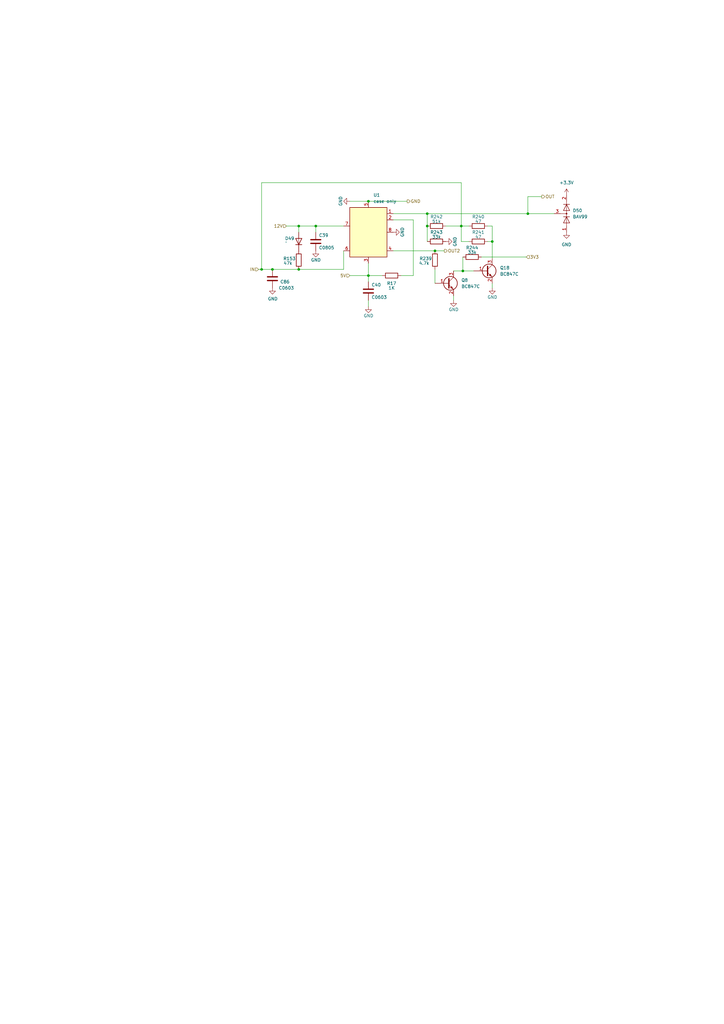
<source format=kicad_sch>
(kicad_sch (version 20211123) (generator eeschema)
  (paper "A3" portrait)
  (title_block (title "s105") (rev "0.1") (company "rusEFI"))
  (lib_symbols
    (symbol "Device:C" (pin_numbers hide) (pin_names (offset 0.254))
      (property "Reference" "C" (at 0.635 2.54 0))
      (property "Value" "C" (at 0.635 -2.54 0))
      (symbol "C_0_1"
        (polyline (pts (xy -2.032 -0.762) (xy 2.032 -0.762)) (stroke (width 0.508)))
        (polyline (pts (xy -2.032 0.762) (xy 2.032 0.762)) (stroke (width 0.508)))
      )
      (symbol "C_1_1"
        (pin passive line (at 0 3.81 270) (length 2.794) (name "~") (number "1"))
        (pin passive line (at 0 -3.81 90) (length 2.794) (name "~") (number "2"))
      )
    )
    (symbol "Device:R" (pin_numbers hide) (pin_names (offset 0))
      (property "Reference" "R" (at 2.032 0 90))
      (property "Value" "R" (at 0 0 90))
      (symbol "R_0_1"
        (rectangle (start -1.016 -2.54) (end 1.016 2.54) (stroke (width 0.254)))
      )
      (symbol "R_1_1"
        (pin passive line (at 0 3.81 270) (length 1.27) (name "~") (number "1"))
        (pin passive line (at 0 -3.81 90) (length 1.27) (name "~") (number "2"))
      )
    )
    (symbol "Diode:1N4148W" (pin_numbers hide) (pin_names hide)
      (property "Reference" "D" (at 0 2.54 0))
      (property "Value" "1N4148W" (at 0 -2.54 0))
      (symbol "1N4148W_0_1"
        (polyline (pts (xy -1.27 1.27) (xy -1.27 -1.27)) (stroke (width 0.254)))
        (polyline (pts (xy 1.27 0) (xy -1.27 0)))
        (polyline (pts (xy 1.27 1.27) (xy 1.27 -1.27) (xy -1.27 0) (xy 1.27 1.27)) (stroke (width 0.254)))
      )
      (symbol "1N4148W_1_1"
        (pin passive line (at -3.81 0 0) (length 2.54) (name "K") (number "1"))
        (pin passive line (at 3.81 0 180) (length 2.54) (name "A") (number "2"))
      )
    )
    (symbol "Diode:BAV99" (pin_names hide)
      (property "Reference" "D" (at 0 5.08 0))
      (property "Value" "BAV99" (at 0 2.54 0))
      (symbol "BAV99_0_1"
        (polyline (pts (xy -5.08 0) (xy 5.08 0)))
      )
      (symbol "BAV99_1_1"
        (polyline (pts (xy 0 0) (xy 0 -2.54)))
        (polyline (pts (xy -1.27 -1.27) (xy -1.27 1.27) (xy -1.27 1.27)) (stroke (width 0.2032)))
        (polyline (pts (xy 3.81 1.27) (xy 3.81 -1.27) (xy 3.81 -1.27)) (stroke (width 0.2032)))
        (polyline (pts (xy -3.81 1.27) (xy -1.27 0) (xy -3.81 -1.27) (xy -3.81 1.27) (xy -3.81 1.27) (xy -3.81 1.27)) (stroke (width 0.2032)))
        (polyline (pts (xy 1.27 1.27) (xy 3.81 0) (xy 1.27 -1.27) (xy 1.27 1.27) (xy 1.27 1.27) (xy 1.27 1.27)) (stroke (width 0.2032)))
        (circle (center 0 0) (radius 0.254) (fill (type outline)))
        (pin passive line (at -7.62 0 0) (length 2.54) (name "K") (number "1"))
        (pin passive line (at 7.62 0 180) (length 2.54) (name "A") (number "2"))
        (pin passive line (at 0 -5.08 90) (length 2.54) (name "K") (number "3"))
      )
    )
    (symbol "Regulator_Controller:L6727" (pin_names hide)
      (property "Reference" "U1" (at 2.0194 15.24 0))
      (property "Value" "case only" (at 2.0194 12.7 0))
      (symbol "L6727_0_0"
        (rectangle (start -7.62 10.16) (end 7.62 -10.16) (stroke (width 0.254)) (fill (type background)))
      )
      (symbol "L6727_1_1"
        (pin passive line (at 10.16 7.62 180) (length 2.54) (name "BOOT") (number "1"))
        (pin passive line (at 10.16 5.08 180) (length 2.54) (name "UGATE") (number "2"))
        (pin passive line (at 0 -12.7 90) (length 2.54) (name "GND") (number "3"))
        (pin passive line (at 10.16 -7.62 180) (length 2.54) (name "LGATE") (number "4"))
        (pin passive line (at 0 12.7 270) (length 2.54) (name "VCC") (number "5"))
        (pin passive line (at -10.16 -7.62 0) (length 2.54) (name "FB") (number "6"))
        (pin passive line (at -10.16 2.54 0) (length 2.54) (name "COMP/DIS/OC") (number "7"))
        (pin passive line (at 10.16 0 180) (length 2.54) (name "PHASE") (number "8"))
      )
    )
    (symbol "Transistor_BJT:BC847" (pin_names (offset 0) hide)
      (property "Reference" "Q" (at 5.08 1.905 0))
      (property "Value" "BC847" (at 5.08 0 0))
      (symbol "BC847_0_1"
        (polyline (pts (xy 0.635 0.635) (xy 2.54 2.54)))
        (polyline (pts (xy 0.635 -0.635) (xy 2.54 -2.54) (xy 2.54 -2.54)))
        (polyline (pts (xy 0.635 1.905) (xy 0.635 -1.905) (xy 0.635 -1.905)) (stroke (width 0.508)))
        (polyline (pts (xy 1.27 -1.778) (xy 1.778 -1.27) (xy 2.286 -2.286) (xy 1.27 -1.778) (xy 1.27 -1.778)) (fill (type outline)))
        (circle (center 1.27 0) (radius 2.8194) (stroke (width 0.254)))
      )
      (symbol "BC847_1_1"
        (pin input line (at -5.08 0 0) (length 5.715) (name "B") (number "1"))
        (pin passive line (at 2.54 -5.08 90) (length 2.54) (name "E") (number "2"))
        (pin passive line (at 2.54 5.08 270) (length 2.54) (name "C") (number "3"))
      )
    )
    (symbol "power:+3.3V" (power) (pin_names (offset 0))
      (property "Value" "+3.3V" (at 0 3.556 0))
      (symbol "+3.3V_0_1"
        (polyline (pts (xy -0.762 1.27) (xy 0 2.54)))
        (polyline (pts (xy 0 0) (xy 0 2.54)))
        (polyline (pts (xy 0 2.54) (xy 0.762 1.27)))
      )
      (symbol "+3.3V_1_1"
        (pin power_in line (at 0 0 90) (length 0) hide (name "+3.3V") (number "1"))
      )
    )
    (symbol "power:GND" (power) (pin_names (offset 0))
      (property "Value" "GND" (at 0 -3.81 0))
      (symbol "GND_0_1"
        (polyline (pts (xy 0 0) (xy 0 -1.27) (xy 1.27 -1.27) (xy 0 -2.54) (xy -1.27 -1.27) (xy 0 -1.27)))
      )
      (symbol "GND_1_1"
        (pin power_in line (at 0 0 270) (length 0) hide (name "GND") (number "1"))
      )
    )
  )
  (junction (at 111.76 110.49))
  (junction (at 175.26 87.63))
  (junction (at 216.535 87.63))
  (junction (at 189.865 111.125))
  (junction (at 178.435 102.87))
  (junction (at 189.23 92.71))
  (junction (at 122.555 110.49))
  (junction (at 175.26 92.71))
  (junction (at 151.13 113.03))
  (junction (at 129.54 92.71))
  (junction (at 107.315 110.49))
  (junction (at 122.555 92.71))
  (junction (at 201.93 99.06))
  (junction (at 151.13 82.55))
  (wire (pts (xy 178.435 116.205) (xy 178.435 110.49)))
  (wire (pts (xy 189.865 111.125) (xy 186.055 111.125)))
  (wire (pts (xy 215.9 105.41) (xy 197.485 105.41)))
  (wire (pts (xy 111.76 110.49) (xy 122.555 110.49)))
  (wire (pts (xy 175.26 87.63) (xy 216.535 87.63)))
  (wire (pts (xy 107.315 74.93) (xy 107.315 110.49)))
  (wire (pts (xy 201.93 92.71) (xy 201.93 99.06)))
  (wire (pts (xy 122.555 92.71) (xy 122.555 95.25)))
  (wire (pts (xy 169.545 113.03) (xy 164.465 113.03)))
  (wire (pts (xy 189.865 105.41) (xy 189.865 111.125)))
  (wire (pts (xy 169.545 90.17) (xy 169.545 113.03)))
  (wire (pts (xy 117.475 92.71) (xy 122.555 92.71)))
  (wire (pts (xy 151.13 82.55) (xy 167.005 82.55)))
  (wire (pts (xy 107.315 74.93) (xy 189.23 74.93)))
  (wire (pts (xy 189.23 99.06) (xy 192.405 99.06)))
  (wire (pts (xy 129.54 92.71) (xy 140.97 92.71)))
  (wire (pts (xy 151.13 113.03) (xy 151.13 115.57)))
  (wire (pts (xy 194.31 111.125) (xy 189.865 111.125)))
  (wire (pts (xy 189.23 92.71) (xy 192.405 92.71)))
  (wire (pts (xy 140.97 110.49) (xy 140.97 102.87)))
  (wire (pts (xy 178.435 102.87) (xy 182.245 102.87)))
  (wire (pts (xy 161.29 102.87) (xy 178.435 102.87)))
  (wire (pts (xy 175.26 92.71) (xy 175.26 99.06)))
  (wire (pts (xy 122.555 92.71) (xy 129.54 92.71)))
  (wire (pts (xy 156.845 113.03) (xy 151.13 113.03)))
  (wire (pts (xy 189.23 74.93) (xy 189.23 92.71)))
  (wire (pts (xy 151.13 123.19) (xy 151.13 125.73)))
  (wire (pts (xy 161.29 87.63) (xy 175.26 87.63)))
  (wire (pts (xy 122.555 110.49) (xy 140.97 110.49)))
  (wire (pts (xy 175.26 87.63) (xy 175.26 92.71)))
  (wire (pts (xy 129.54 92.71) (xy 129.54 95.25)))
  (wire (pts (xy 151.13 113.03) (xy 143.51 113.03)))
  (wire (pts (xy 201.93 99.06) (xy 200.025 99.06)))
  (wire (pts (xy 161.29 90.17) (xy 169.545 90.17)))
  (wire (pts (xy 107.315 110.49) (xy 111.76 110.49)))
  (wire (pts (xy 216.535 87.63) (xy 216.535 80.645)))
  (wire (pts (xy 201.93 116.205) (xy 201.93 118.11)))
  (wire (pts (xy 200.025 92.71) (xy 201.93 92.71)))
  (wire (pts (xy 182.88 92.71) (xy 189.23 92.71)))
  (wire (pts (xy 143.51 82.55) (xy 151.13 82.55)))
  (wire (pts (xy 186.055 121.285) (xy 186.055 123.19)))
  (wire (pts (xy 216.535 80.645) (xy 222.25 80.645)))
  (wire (pts (xy 201.93 99.06) (xy 201.93 106.045)))
  (wire (pts (xy 189.23 92.71) (xy 189.23 99.06)))
  (wire (pts (xy 216.535 87.63) (xy 227.33 87.63)))
  (wire (pts (xy 151.13 107.95) (xy 151.13 113.03)))
  (wire (pts (xy 106.045 110.49) (xy 107.315 110.49)))
  (hierarchical_label "IN" (shape input) (at 106.045 110.49 180))
  (hierarchical_label "OUT2" (shape output) (at 182.245 102.87 0))
  (hierarchical_label "GND" (shape output) (at 167.005 82.55 0))
  (hierarchical_label "3V3" (shape input) (at 215.9 105.41 0))
  (hierarchical_label "OUT" (shape output) (at 222.25 80.645 0))
  (hierarchical_label "12V" (shape input) (at 117.475 92.71 180))
  (hierarchical_label "5V" (shape input) (at 143.51 113.03 180))
  (symbol (lib_id "power:GND") (at 161.29 95.25 90) (unit 1)
    (property "Reference" "#PWR011" (effects hide))
    (property "Value" "GND" (at 165.0541 97.243 0) (effects (justify left)))
  )
  (symbol (lib_id "power:GND") (at 151.13 125.73 0) (unit 1)
    (property "Reference" "#PWR0153" (effects hide))
    (property "Value" "GND" (at 149.137 129.4941 0) (effects (justify left)))
  )
  (symbol (lib_id "power:+3.3V") (at 232.41 80.01 0) (mirror y) (unit 1)
    (property "Reference" "#PWR0330" (effects hide))
    (property "Value" "+3.3V" (at 232.41 74.93 0))
  )
  (symbol (lib_id "Device:R") (at 160.655 113.03 270) (mirror x) (unit 1)
    (property "Reference" "R17" (at 160.655 116.205 90))
    (property "Value" "1K" (at 160.655 118.11 90))
    (property "Footprint" "Resistor_SMD:R_0603_1608Metric" (effects hide))
  )
  (symbol (lib_id "Diode:BAV99") (at 232.41 87.63 270) (mirror x) (unit 1)
    (property "Reference" "D50" (at 234.95 86.3599 90) (effects (justify left)))
    (property "Value" "BAV99" (at 234.95 88.8999 90) (effects (justify left)))
    (property "Footprint" "Package_TO_SOT_SMD:SOT-23" (effects hide))
    (property "Datasheet" "https://assets.nexperia.com/documents/data-sheet/BAV99_SER.pdf" (effects hide))
  )
  (symbol (lib_id "Device:C") (at 111.76 114.3 0) (unit 1)
    (property "Reference" "C86" (at 114.935 115.57 0) (effects (justify left)))
    (property "Value" "C0603" (at 114.3 118.11 0) (effects (justify left)))
    (property "Footprint" "Capacitor_SMD:C_0603_1608Metric" (effects hide))
    (property "PageName" "stm32f407_board" (effects hide))
    (property "Part #" "C0603" (effects hide))
  )
  (symbol (lib_id "power:GND") (at 186.055 123.19 0) (unit 1)
    (property "Reference" "#PWR0326" (effects hide))
    (property "Value" "GND" (at 184.062 126.9541 0) (effects (justify left)))
  )
  (symbol (lib_id "Device:C") (at 129.54 99.06 0) (unit 1)
    (property "Reference" "C39" (at 130.81 96.52 0) (effects (justify left)))
    (property "Value" "C0805" (at 130.81 101.6 0) (effects (justify left)))
    (property "Footprint" "Capacitor_SMD:C_0805_2012Metric" (effects hide))
    (property "PageName" "stm32f407_board" (effects hide))
    (property "Part #" "C0805" (effects hide))
  )
  (symbol (lib_id "Transistor_BJT:BC847") (at 183.515 116.205 0) (unit 1)
    (property "Reference" "Q8" (at 189.23 114.9349 0) (effects (justify left)))
    (property "Value" "BC847C" (at 189.23 117.4749 0) (effects (justify left)))
    (property "Footprint" "Package_TO_SOT_SMD:SOT-23" (effects hide))
    (property "Datasheet" "http://www.infineon.com/dgdl/Infineon-BC847SERIES_BC848SERIES_BC849SERIES_BC850SERIES-DS-v01_01-en.pdf?fileId=db3a304314dca389011541d4630a1657" (effects hide))
  )
  (symbol (lib_id "power:GND") (at 129.54 102.87 0) (unit 1)
    (property "Reference" "#PWR08" (effects hide))
    (property "Value" "GND" (at 127.547 106.6341 0) (effects (justify left)))
  )
  (symbol (lib_id "power:GND") (at 111.76 118.11 0) (unit 1)
    (property "Reference" "#PWR0367" (effects hide))
    (property "Value" "GND" (at 109.855 122.555 0) (effects (justify left)))
  )
  (symbol (lib_id "Device:R") (at 193.675 105.41 90) (unit 1)
    (property "Reference" "R244" (at 193.675 101.6 90))
    (property "Value" "33k" (at 193.675 103.505 90))
    (property "Footprint" "Resistor_SMD:R_0603_1608Metric" (effects hide))
  )
  (symbol (lib_id "power:GND") (at 201.93 118.11 0) (unit 1)
    (property "Reference" "#PWR0327" (effects hide))
    (property "Value" "GND" (at 199.937 121.8741 0) (effects (justify left)))
  )
  (symbol (lib_id "Regulator_Controller:L6727") (at 151.13 95.25 0) (unit 1)
    (property "Reference" "U1" (at 153.1494 80.01 0) (effects (justify left)))
    (property "Value" "case only" (at 153.1494 82.55 0) (effects (justify left)))
    (property "Footprint" "Package_SO:SOIC-8_3.9x4.9mm_P1.27mm" (effects hide))
    (property "Datasheet" "http://www.st.com/resource/en/datasheet/l6727.pdf" (effects hide))
  )
  (symbol (lib_id "Device:R") (at 179.07 99.06 90) (unit 1)
    (property "Reference" "R243" (at 179.07 95.25 90))
    (property "Value" "33k" (at 179.07 97.155 90))
    (property "Footprint" "Resistor_SMD:R_0603_1608Metric" (effects hide))
  )
  (symbol (lib_id "Device:R") (at 178.435 106.68 0) (mirror x) (unit 1)
    (property "Reference" "R239" (at 174.625 106.045 0))
    (property "Value" "4.7k" (at 173.99 107.95 0))
    (property "Footprint" "Resistor_SMD:R_0603_1608Metric" (effects hide))
  )
  (symbol (lib_id "Device:R") (at 196.215 99.06 90) (unit 1)
    (property "Reference" "R241" (at 196.215 95.25 90))
    (property "Value" "47" (at 196.215 97.155 90))
    (property "Footprint" "Resistor_SMD:R_0603_1608Metric" (effects hide))
  )
  (symbol (lib_id "Device:R") (at 179.07 92.71 270) (mirror x) (unit 1)
    (property "Reference" "R242" (at 179.07 88.9 90))
    (property "Value" "51k" (at 179.07 90.805 90))
    (property "Footprint" "Resistor_SMD:R_0603_1608Metric" (effects hide))
  )
  (symbol (lib_id "Device:C") (at 151.13 119.38 0) (unit 1)
    (property "Reference" "C40" (at 152.4 116.84 0) (effects (justify left)))
    (property "Value" "C0603" (at 152.4 121.92 0) (effects (justify left)))
    (property "Footprint" "Capacitor_SMD:C_0603_1608Metric" (effects hide))
    (property "PageName" "stm32f407_board" (effects hide))
    (property "Part #" "C0603" (effects hide))
  )
  (symbol (lib_id "Diode:1N4148W") (at 122.555 99.06 270) (mirror x) (unit 1)
    (property "Reference" "D49" (at 116.84 97.79 90) (effects (justify left)))
    (property "Value" "." (at 116.84 99.695 0) (effects (justify left)))
    (property "Footprint" "Diode_SMD:D_SOD-123" (effects hide))
    (property "Datasheet" "https://www.vishay.com/docs/85748/1n4148w.pdf" (effects hide))
  )
  (symbol (lib_id "power:GND") (at 232.41 95.25 0) (mirror y) (unit 1)
    (property "Reference" "#PWR0329" (effects hide))
    (property "Value" "GND" (at 232.41 100.33 0))
  )
  (symbol (lib_id "power:GND") (at 143.51 82.55 270) (mirror x) (unit 1)
    (property "Reference" "#PWR09" (effects hide))
    (property "Value" "GND" (at 139.7459 84.543 0) (effects (justify left)))
  )
  (symbol (lib_id "power:GND") (at 182.88 99.06 90) (mirror x) (unit 1)
    (property "Reference" "#PWR0328" (effects hide))
    (property "Value" "GND" (at 186.6441 97.067 0) (effects (justify left)))
  )
  (symbol (lib_id "Device:R") (at 122.555 106.68 0) (mirror x) (unit 1)
    (property "Reference" "R153" (at 118.745 106.045 0))
    (property "Value" "47k" (at 118.11 107.95 0))
    (property "Footprint" "Resistor_SMD:R_0603_1608Metric" (effects hide))
  )
  (symbol (lib_id "Device:R") (at 196.215 92.71 90) (unit 1)
    (property "Reference" "R240" (at 196.215 88.9 90))
    (property "Value" "47" (at 196.215 90.805 90))
    (property "Footprint" "Resistor_SMD:R_0603_1608Metric" (effects hide))
  )
  (symbol (lib_id "Transistor_BJT:BC847") (at 199.39 111.125 0) (unit 1)
    (property "Reference" "Q18" (at 205.105 109.8549 0) (effects (justify left)))
    (property "Value" "BC847C" (at 205.105 112.3949 0) (effects (justify left)))
    (property "Footprint" "Package_TO_SOT_SMD:SOT-23" (effects hide))
    (property "Datasheet" "http://www.infineon.com/dgdl/Infineon-BC847SERIES_BC848SERIES_BC849SERIES_BC850SERIES-DS-v01_01-en.pdf?fileId=db3a304314dca389011541d4630a1657" (effects hide))
  )
)
</source>
